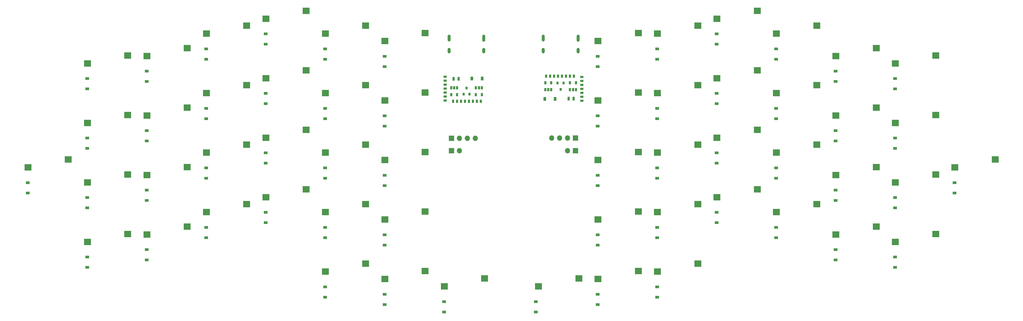
<source format=gbl>
%TF.GenerationSoftware,KiCad,Pcbnew,(5.1.7)-1*%
%TF.CreationDate,2021-02-08T18:02:38+08:00*%
%TF.ProjectId,jiran-ble,6a697261-6e2d-4626-9c65-2e6b69636164,rev?*%
%TF.SameCoordinates,Original*%
%TF.FileFunction,Copper,L2,Bot*%
%TF.FilePolarity,Positive*%
%FSLAX46Y46*%
G04 Gerber Fmt 4.6, Leading zero omitted, Abs format (unit mm)*
G04 Created by KiCad (PCBNEW (5.1.7)-1) date 2021-02-08 18:02:38*
%MOMM*%
%LPD*%
G01*
G04 APERTURE LIST*
%TA.AperFunction,SMDPad,CuDef*%
%ADD10R,0.800000X1.200000*%
%TD*%
%TA.AperFunction,ComponentPad*%
%ADD11R,0.650000X1.000000*%
%TD*%
%TA.AperFunction,ComponentPad*%
%ADD12R,1.000000X0.650000*%
%TD*%
%TA.AperFunction,SMDPad,CuDef*%
%ADD13R,0.650000X1.060000*%
%TD*%
%TA.AperFunction,SMDPad,CuDef*%
%ADD14R,2.300000X2.000000*%
%TD*%
%TA.AperFunction,SMDPad,CuDef*%
%ADD15R,0.800000X0.900000*%
%TD*%
%TA.AperFunction,ComponentPad*%
%ADD16C,1.000000*%
%TD*%
%TA.AperFunction,ComponentPad*%
%ADD17O,1.700000X1.700000*%
%TD*%
%TA.AperFunction,ComponentPad*%
%ADD18R,1.700000X1.700000*%
%TD*%
%TA.AperFunction,SMDPad,CuDef*%
%ADD19R,1.200000X0.900000*%
%TD*%
%TA.AperFunction,SMDPad,CuDef*%
%ADD20R,0.900000X1.200000*%
%TD*%
G04 APERTURE END LIST*
D10*
%TO.P,X2,1*%
%TO.N,Net-(U5-Pad11)*%
X204190500Y-64293750D03*
%TO.P,X2,2*%
%TO.N,Net-(U5-Pad13)*%
X202590500Y-64293750D03*
%TD*%
%TO.P,X1,1*%
%TO.N,Net-(U2-Pad11)*%
X165760500Y-57943750D03*
%TO.P,X1,2*%
%TO.N,Net-(U2-Pad13)*%
X167360500Y-57943750D03*
%TD*%
D11*
%TO.P,U5,28*%
%TO.N,N/C*%
X204283000Y-57077750D03*
%TO.P,U5,34*%
X200473000Y-57077750D03*
D12*
%TO.P,U5,16*%
%TO.N,/P0.08_r*%
X206823000Y-62411750D03*
%TO.P,U5,20*%
%TO.N,/P0.12_r*%
X206823000Y-59871750D03*
%TO.P,U5,14*%
%TO.N,/P0.06_r*%
X206823000Y-63681750D03*
%TO.P,U5,22*%
%TO.N,N/C*%
X206823000Y-58601750D03*
D11*
%TO.P,U5,42*%
X195393000Y-57077750D03*
%TO.P,U5,30*%
X203013000Y-57077750D03*
%TO.P,U5,38*%
X197933000Y-57077750D03*
%TO.P,U5,36*%
X199203000Y-57077750D03*
%TO.P,U5,32*%
X201743000Y-57077750D03*
%TO.P,U5,40*%
X196663000Y-57077750D03*
D12*
%TO.P,U5,12*%
X206823000Y-64951750D03*
%TO.P,U5,18*%
%TO.N,BATTERY_PIN_r*%
X206823000Y-61141750D03*
%TO.P,U5,24*%
%TO.N,GND*%
X206823000Y-57331750D03*
%TD*%
D13*
%TO.P,U4,3*%
%TO.N,Net-(D30-Pad1)*%
X203043750Y-61425000D03*
%TO.P,U4,1*%
X204943750Y-61425000D03*
%TO.P,U4,4*%
%TO.N,N/C*%
X203043750Y-59225000D03*
%TO.P,U4,2*%
%TO.N,GND*%
X203993750Y-61425000D03*
%TO.P,U4,5*%
%TO.N,nRF_VDD_r*%
X204943750Y-59225000D03*
%TD*%
D11*
%TO.P,U2,28*%
%TO.N,N/C*%
X165604500Y-65159750D03*
%TO.P,U2,34*%
X169414500Y-65159750D03*
D12*
%TO.P,U2,16*%
%TO.N,/P0.08_l*%
X163064500Y-59825750D03*
%TO.P,U2,20*%
%TO.N,/P0.12_l*%
X163064500Y-62365750D03*
%TO.P,U2,14*%
%TO.N,/P0.06_l*%
X163064500Y-58555750D03*
%TO.P,U2,22*%
%TO.N,N/C*%
X163064500Y-63635750D03*
D11*
%TO.P,U2,42*%
X174494500Y-65159750D03*
%TO.P,U2,30*%
X166874500Y-65159750D03*
%TO.P,U2,38*%
X171954500Y-65159750D03*
%TO.P,U2,36*%
X170684500Y-65159750D03*
%TO.P,U2,32*%
X168144500Y-65159750D03*
%TO.P,U2,40*%
X173224500Y-65159750D03*
D12*
%TO.P,U2,12*%
X163064500Y-57285750D03*
%TO.P,U2,18*%
%TO.N,BATTERY_PIN_l*%
X163064500Y-61095750D03*
%TO.P,U2,24*%
%TO.N,GND*%
X163064500Y-64905750D03*
%TD*%
D13*
%TO.P,U1,3*%
%TO.N,Net-(D1-Pad1)*%
X166875500Y-60812500D03*
%TO.P,U1,1*%
X164975500Y-60812500D03*
%TO.P,U1,4*%
%TO.N,N/C*%
X166875500Y-63012500D03*
%TO.P,U1,2*%
%TO.N,GND*%
X165925500Y-60812500D03*
%TO.P,U1,5*%
%TO.N,nRF_VDD_l*%
X164975500Y-63012500D03*
%TD*%
D14*
%TO.P,SW32,2*%
%TO.N,/P0.30_r*%
X301117000Y-48101250D03*
%TO.P,SW32,1*%
%TO.N,Net-(D32-Pad2)*%
X288190000Y-50641250D03*
%TD*%
%TO.P,SW31,2*%
%TO.N,/P0.31_r*%
X320167000Y-50482500D03*
%TO.P,SW31,1*%
%TO.N,Net-(D31-Pad2)*%
X307240000Y-53022500D03*
%TD*%
%TO.P,SW29,2*%
%TO.N,/P0.12_l*%
X175704500Y-121920000D03*
%TO.P,SW29,1*%
%TO.N,Net-(D29-Pad2)*%
X162777500Y-124460000D03*
%TD*%
D15*
%TO.P,Q3,2*%
%TO.N,Net-(D30-Pad1)*%
X200975000Y-59325000D03*
%TO.P,Q3,3*%
%TO.N,VBAT_r*%
X200025000Y-61325000D03*
%TO.P,Q3,1*%
%TO.N,VBUS_r*%
X199075000Y-59325000D03*
%TD*%
D16*
%TO.P,J5,S1*%
%TO.N,GND*%
X205600300Y-44627800D03*
X205600300Y-44932600D03*
X194449700Y-45554900D03*
X194449700Y-45262800D03*
X194449700Y-44919900D03*
X194449700Y-44615100D03*
X194449400Y-44335700D03*
X205600300Y-45275500D03*
X194449700Y-49098200D03*
X194450000Y-49343500D03*
X194450000Y-48581500D03*
X194450000Y-48844200D03*
X205600600Y-49343500D03*
X205600600Y-48581500D03*
X205600300Y-49098200D03*
X205600600Y-48844200D03*
X205600300Y-45567600D03*
X205600000Y-44348400D03*
%TD*%
D17*
%TO.P,J3,4*%
%TO.N,SWC_l*%
X172720000Y-76993750D03*
D18*
%TO.P,J3,1*%
%TO.N,GND*%
X165100000Y-76993750D03*
D17*
%TO.P,J3,2*%
%TO.N,nRF_VDD_l*%
X167640000Y-76993750D03*
%TO.P,J3,3*%
%TO.N,SWD_l*%
X170180000Y-76993750D03*
%TD*%
D16*
%TO.P,J2,S1*%
%TO.N,GND*%
X175437800Y-44627800D03*
X175437800Y-44932600D03*
X164287200Y-45554900D03*
X164287200Y-45262800D03*
X164287200Y-44919900D03*
X164287200Y-44615100D03*
X164286900Y-44335700D03*
X175437800Y-45275500D03*
X164287200Y-49098200D03*
X164287500Y-49343500D03*
X164287500Y-48581500D03*
X164287500Y-48844200D03*
X175438100Y-49343500D03*
X175438100Y-48581500D03*
X175437800Y-49098200D03*
X175438100Y-48844200D03*
X175437800Y-45567600D03*
X175437500Y-44348400D03*
%TD*%
D19*
%TO.P,D58,2*%
%TO.N,Net-(D58-Pad2)*%
X192087500Y-132618750D03*
%TO.P,D58,1*%
%TO.N,/P0.29_r*%
X192087500Y-129318750D03*
%TD*%
%TO.P,D57,2*%
%TO.N,Net-(D57-Pad2)*%
X211931250Y-130237500D03*
%TO.P,D57,1*%
%TO.N,/P0.29_r*%
X211931250Y-126937500D03*
%TD*%
%TO.P,D56,2*%
%TO.N,Net-(D56-Pad2)*%
X230981250Y-127856250D03*
%TO.P,D56,1*%
%TO.N,/P0.29_r*%
X230981250Y-124556250D03*
%TD*%
%TO.P,D55,2*%
%TO.N,Net-(D55-Pad2)*%
X326231250Y-94518750D03*
%TO.P,D55,1*%
%TO.N,/P0.29_r*%
X326231250Y-91218750D03*
%TD*%
%TO.P,D54,2*%
%TO.N,Net-(D54-Pad2)*%
X211931250Y-111187500D03*
%TO.P,D54,1*%
%TO.N,/P0.02_r*%
X211931250Y-107887500D03*
%TD*%
%TO.P,D53,2*%
%TO.N,Net-(D53-Pad2)*%
X230981250Y-108806250D03*
%TO.P,D53,1*%
%TO.N,/P0.02_r*%
X230981250Y-105506250D03*
%TD*%
%TO.P,D52,2*%
%TO.N,Net-(D52-Pad2)*%
X250031250Y-104043750D03*
%TO.P,D52,1*%
%TO.N,/P0.02_r*%
X250031250Y-100743750D03*
%TD*%
%TO.P,D51,2*%
%TO.N,Net-(D51-Pad2)*%
X269081250Y-108806250D03*
%TO.P,D51,1*%
%TO.N,/P0.02_r*%
X269081250Y-105506250D03*
%TD*%
%TO.P,D50,2*%
%TO.N,Net-(D50-Pad2)*%
X288131250Y-115950000D03*
%TO.P,D50,1*%
%TO.N,/P0.02_r*%
X288131250Y-112650000D03*
%TD*%
%TO.P,D49,2*%
%TO.N,Net-(D49-Pad2)*%
X307181250Y-118331250D03*
%TO.P,D49,1*%
%TO.N,/P0.02_r*%
X307181250Y-115031250D03*
%TD*%
%TO.P,D48,2*%
%TO.N,Net-(D48-Pad2)*%
X211931250Y-92137500D03*
%TO.P,D48,1*%
%TO.N,/P1.13_r*%
X211931250Y-88837500D03*
%TD*%
%TO.P,D47,2*%
%TO.N,Net-(D47-Pad2)*%
X230981250Y-89756250D03*
%TO.P,D47,1*%
%TO.N,/P1.13_r*%
X230981250Y-86456250D03*
%TD*%
%TO.P,D46,2*%
%TO.N,Net-(D46-Pad2)*%
X250031250Y-84993750D03*
%TO.P,D46,1*%
%TO.N,/P1.13_r*%
X250031250Y-81693750D03*
%TD*%
%TO.P,D45,2*%
%TO.N,Net-(D45-Pad2)*%
X269081250Y-89756250D03*
%TO.P,D45,1*%
%TO.N,/P1.13_r*%
X269081250Y-86456250D03*
%TD*%
%TO.P,D44,2*%
%TO.N,Net-(D44-Pad2)*%
X288131250Y-96900000D03*
%TO.P,D44,1*%
%TO.N,/P1.13_r*%
X288131250Y-93600000D03*
%TD*%
%TO.P,D43,2*%
%TO.N,Net-(D43-Pad2)*%
X307181250Y-99281250D03*
%TO.P,D43,1*%
%TO.N,/P1.13_r*%
X307181250Y-95981250D03*
%TD*%
%TO.P,D42,2*%
%TO.N,Net-(D42-Pad2)*%
X211931250Y-73087500D03*
%TO.P,D42,1*%
%TO.N,/P0.28_r*%
X211931250Y-69787500D03*
%TD*%
%TO.P,D41,2*%
%TO.N,Net-(D41-Pad2)*%
X230981250Y-70706250D03*
%TO.P,D41,1*%
%TO.N,/P0.28_r*%
X230981250Y-67406250D03*
%TD*%
%TO.P,D40,2*%
%TO.N,Net-(D40-Pad2)*%
X250031250Y-65943750D03*
%TO.P,D40,1*%
%TO.N,/P0.28_r*%
X250031250Y-62643750D03*
%TD*%
%TO.P,D39,2*%
%TO.N,Net-(D39-Pad2)*%
X269081250Y-70706250D03*
%TO.P,D39,1*%
%TO.N,/P0.28_r*%
X269081250Y-67406250D03*
%TD*%
%TO.P,D38,2*%
%TO.N,Net-(D38-Pad2)*%
X288131250Y-77850000D03*
%TO.P,D38,1*%
%TO.N,/P0.28_r*%
X288131250Y-74550000D03*
%TD*%
%TO.P,D37,2*%
%TO.N,Net-(D37-Pad2)*%
X307181250Y-80231250D03*
%TO.P,D37,1*%
%TO.N,/P0.28_r*%
X307181250Y-76931250D03*
%TD*%
%TO.P,D36,2*%
%TO.N,Net-(D36-Pad2)*%
X211931250Y-54037500D03*
%TO.P,D36,1*%
%TO.N,/P1.11_r*%
X211931250Y-50737500D03*
%TD*%
%TO.P,D35,2*%
%TO.N,Net-(D35-Pad2)*%
X230981250Y-51656250D03*
%TO.P,D35,1*%
%TO.N,/P1.11_r*%
X230981250Y-48356250D03*
%TD*%
%TO.P,D34,2*%
%TO.N,Net-(D34-Pad2)*%
X250031250Y-46893750D03*
%TO.P,D34,1*%
%TO.N,/P1.11_r*%
X250031250Y-43593750D03*
%TD*%
%TO.P,D33,2*%
%TO.N,Net-(D33-Pad2)*%
X269081250Y-51656250D03*
%TO.P,D33,1*%
%TO.N,/P1.11_r*%
X269081250Y-48356250D03*
%TD*%
%TO.P,D32,2*%
%TO.N,Net-(D32-Pad2)*%
X288131250Y-58800000D03*
%TO.P,D32,1*%
%TO.N,/P1.11_r*%
X288131250Y-55500000D03*
%TD*%
%TO.P,D31,2*%
%TO.N,Net-(D31-Pad2)*%
X307181250Y-61181250D03*
%TO.P,D31,1*%
%TO.N,/P1.11_r*%
X307181250Y-57881250D03*
%TD*%
D20*
%TO.P,D30,2*%
%TO.N,VBUS_r*%
X194946000Y-64389000D03*
%TO.P,D30,1*%
%TO.N,Net-(D30-Pad1)*%
X198246000Y-64389000D03*
%TD*%
D19*
%TO.P,D29,2*%
%TO.N,Net-(D29-Pad2)*%
X162718750Y-132618750D03*
%TO.P,D29,1*%
%TO.N,/P0.29_l*%
X162718750Y-129318750D03*
%TD*%
%TO.P,D28,2*%
%TO.N,Net-(D28-Pad2)*%
X143668750Y-130237500D03*
%TO.P,D28,1*%
%TO.N,/P0.29_l*%
X143668750Y-126937500D03*
%TD*%
%TO.P,D27,2*%
%TO.N,Net-(D27-Pad2)*%
X124618750Y-127856250D03*
%TO.P,D27,1*%
%TO.N,/P0.29_l*%
X124618750Y-124556250D03*
%TD*%
%TO.P,D26,2*%
%TO.N,Net-(D26-Pad2)*%
X29368750Y-94518750D03*
%TO.P,D26,1*%
%TO.N,/P0.29_l*%
X29368750Y-91218750D03*
%TD*%
%TO.P,D25,2*%
%TO.N,Net-(D25-Pad2)*%
X143668750Y-111187500D03*
%TO.P,D25,1*%
%TO.N,/P0.02_l*%
X143668750Y-107887500D03*
%TD*%
%TO.P,D24,2*%
%TO.N,Net-(D24-Pad2)*%
X124618750Y-108806250D03*
%TO.P,D24,1*%
%TO.N,/P0.02_l*%
X124618750Y-105506250D03*
%TD*%
%TO.P,D23,2*%
%TO.N,Net-(D23-Pad2)*%
X105568750Y-104043750D03*
%TO.P,D23,1*%
%TO.N,/P0.02_l*%
X105568750Y-100743750D03*
%TD*%
%TO.P,D22,2*%
%TO.N,Net-(D22-Pad2)*%
X86518750Y-108806250D03*
%TO.P,D22,1*%
%TO.N,/P0.02_l*%
X86518750Y-105506250D03*
%TD*%
%TO.P,D21,2*%
%TO.N,Net-(D21-Pad2)*%
X67468750Y-115950000D03*
%TO.P,D21,1*%
%TO.N,/P0.02_l*%
X67468750Y-112650000D03*
%TD*%
%TO.P,D20,2*%
%TO.N,Net-(D20-Pad2)*%
X48418750Y-118331250D03*
%TO.P,D20,1*%
%TO.N,/P0.02_l*%
X48418750Y-115031250D03*
%TD*%
%TO.P,D19,2*%
%TO.N,Net-(D19-Pad2)*%
X143668750Y-92137500D03*
%TO.P,D19,1*%
%TO.N,/P1.13_l*%
X143668750Y-88837500D03*
%TD*%
%TO.P,D18,2*%
%TO.N,Net-(D18-Pad2)*%
X124618750Y-89756250D03*
%TO.P,D18,1*%
%TO.N,/P1.13_l*%
X124618750Y-86456250D03*
%TD*%
%TO.P,D17,2*%
%TO.N,Net-(D17-Pad2)*%
X105568750Y-84993750D03*
%TO.P,D17,1*%
%TO.N,/P1.13_l*%
X105568750Y-81693750D03*
%TD*%
%TO.P,D16,2*%
%TO.N,Net-(D16-Pad2)*%
X86518750Y-89756250D03*
%TO.P,D16,1*%
%TO.N,/P1.13_l*%
X86518750Y-86456250D03*
%TD*%
%TO.P,D15,2*%
%TO.N,Net-(D15-Pad2)*%
X67468750Y-96900000D03*
%TO.P,D15,1*%
%TO.N,/P1.13_l*%
X67468750Y-93600000D03*
%TD*%
%TO.P,D14,2*%
%TO.N,Net-(D14-Pad2)*%
X48418750Y-99281250D03*
%TO.P,D14,1*%
%TO.N,/P1.13_l*%
X48418750Y-95981250D03*
%TD*%
%TO.P,D13,2*%
%TO.N,Net-(D13-Pad2)*%
X143668750Y-73087500D03*
%TO.P,D13,1*%
%TO.N,/P0.28_l*%
X143668750Y-69787500D03*
%TD*%
%TO.P,D12,2*%
%TO.N,Net-(D12-Pad2)*%
X124618750Y-70706250D03*
%TO.P,D12,1*%
%TO.N,/P0.28_l*%
X124618750Y-67406250D03*
%TD*%
%TO.P,D11,2*%
%TO.N,Net-(D11-Pad2)*%
X105568750Y-65943750D03*
%TO.P,D11,1*%
%TO.N,/P0.28_l*%
X105568750Y-62643750D03*
%TD*%
%TO.P,D10,2*%
%TO.N,Net-(D10-Pad2)*%
X86518750Y-70706250D03*
%TO.P,D10,1*%
%TO.N,/P0.28_l*%
X86518750Y-67406250D03*
%TD*%
%TO.P,D9,2*%
%TO.N,Net-(D9-Pad2)*%
X67468750Y-77850000D03*
%TO.P,D9,1*%
%TO.N,/P0.28_l*%
X67468750Y-74550000D03*
%TD*%
%TO.P,D8,2*%
%TO.N,Net-(D8-Pad2)*%
X48418750Y-80231250D03*
%TO.P,D8,1*%
%TO.N,/P0.28_l*%
X48418750Y-76931250D03*
%TD*%
%TO.P,D7,2*%
%TO.N,Net-(D7-Pad2)*%
X143668750Y-54037500D03*
%TO.P,D7,1*%
%TO.N,/P1.11_l*%
X143668750Y-50737500D03*
%TD*%
%TO.P,D6,2*%
%TO.N,Net-(D6-Pad2)*%
X124618750Y-51656250D03*
%TO.P,D6,1*%
%TO.N,/P1.11_l*%
X124618750Y-48356250D03*
%TD*%
%TO.P,D5,2*%
%TO.N,Net-(D5-Pad2)*%
X105568750Y-46893750D03*
%TO.P,D5,1*%
%TO.N,/P1.11_l*%
X105568750Y-43593750D03*
%TD*%
%TO.P,D4,2*%
%TO.N,Net-(D4-Pad2)*%
X86518750Y-51656250D03*
%TO.P,D4,1*%
%TO.N,/P1.11_l*%
X86518750Y-48356250D03*
%TD*%
%TO.P,D3,2*%
%TO.N,Net-(D3-Pad2)*%
X67468750Y-58800000D03*
%TO.P,D3,1*%
%TO.N,/P1.11_l*%
X67468750Y-55500000D03*
%TD*%
%TO.P,D2,2*%
%TO.N,Net-(D2-Pad2)*%
X48418750Y-61181250D03*
%TO.P,D2,1*%
%TO.N,/P1.11_l*%
X48418750Y-57881250D03*
%TD*%
D20*
%TO.P,D1,2*%
%TO.N,VBUS_l*%
X174941500Y-57848500D03*
%TO.P,D1,1*%
%TO.N,Net-(D1-Pad1)*%
X171641500Y-57848500D03*
%TD*%
D13*
%TO.P,U6,3*%
%TO.N,VBAT_r*%
X195106250Y-61425000D03*
%TO.P,U6,1*%
%TO.N,Net-(R17-Pad2)*%
X197006250Y-61425000D03*
%TO.P,U6,4*%
%TO.N,VBUS_r*%
X195106250Y-59225000D03*
%TO.P,U6,2*%
%TO.N,GND*%
X196056250Y-61425000D03*
%TO.P,U6,5*%
%TO.N,Net-(R18-Pad1)*%
X197006250Y-59225000D03*
%TD*%
D14*
%TO.P,SW58,2*%
%TO.N,/P0.12_r*%
X205867000Y-121920000D03*
%TO.P,SW58,1*%
%TO.N,Net-(D58-Pad2)*%
X192940000Y-124460000D03*
%TD*%
%TO.P,SW57,2*%
%TO.N,/P0.09_r*%
X224917000Y-119538750D03*
%TO.P,SW57,1*%
%TO.N,Net-(D57-Pad2)*%
X211990000Y-122078750D03*
%TD*%
%TO.P,SW56,2*%
%TO.N,/P0.08_r*%
X243967000Y-117157500D03*
%TO.P,SW56,1*%
%TO.N,Net-(D56-Pad2)*%
X231040000Y-119697500D03*
%TD*%
%TO.P,SW55,2*%
%TO.N,/P0.31_r*%
X339217000Y-83820000D03*
%TO.P,SW55,1*%
%TO.N,Net-(D55-Pad2)*%
X326290000Y-86360000D03*
%TD*%
%TO.P,SW54,2*%
%TO.N,/P0.12_r*%
X224917000Y-100488750D03*
%TO.P,SW54,1*%
%TO.N,Net-(D54-Pad2)*%
X211990000Y-103028750D03*
%TD*%
%TO.P,SW53,2*%
%TO.N,/P0.09_r*%
X243967000Y-98107500D03*
%TO.P,SW53,1*%
%TO.N,Net-(D53-Pad2)*%
X231040000Y-100647500D03*
%TD*%
%TO.P,SW52,2*%
%TO.N,/P0.08_r*%
X263017000Y-93345000D03*
%TO.P,SW52,1*%
%TO.N,Net-(D52-Pad2)*%
X250090000Y-95885000D03*
%TD*%
%TO.P,SW51,2*%
%TO.N,/P0.06_r*%
X282067000Y-98107500D03*
%TO.P,SW51,1*%
%TO.N,Net-(D51-Pad2)*%
X269140000Y-100647500D03*
%TD*%
%TO.P,SW50,2*%
%TO.N,/P0.30_r*%
X301117000Y-105251250D03*
%TO.P,SW50,1*%
%TO.N,Net-(D50-Pad2)*%
X288190000Y-107791250D03*
%TD*%
%TO.P,SW49,2*%
%TO.N,/P0.31_r*%
X320167000Y-107632500D03*
%TO.P,SW49,1*%
%TO.N,Net-(D49-Pad2)*%
X307240000Y-110172500D03*
%TD*%
%TO.P,SW48,2*%
%TO.N,/P0.12_r*%
X224917000Y-81438750D03*
%TO.P,SW48,1*%
%TO.N,Net-(D48-Pad2)*%
X211990000Y-83978750D03*
%TD*%
%TO.P,SW47,2*%
%TO.N,/P0.09_r*%
X243967000Y-79057500D03*
%TO.P,SW47,1*%
%TO.N,Net-(D47-Pad2)*%
X231040000Y-81597500D03*
%TD*%
%TO.P,SW46,2*%
%TO.N,/P0.08_r*%
X263017000Y-74295000D03*
%TO.P,SW46,1*%
%TO.N,Net-(D46-Pad2)*%
X250090000Y-76835000D03*
%TD*%
%TO.P,SW45,2*%
%TO.N,/P0.06_r*%
X282067000Y-79057500D03*
%TO.P,SW45,1*%
%TO.N,Net-(D45-Pad2)*%
X269140000Y-81597500D03*
%TD*%
%TO.P,SW44,2*%
%TO.N,/P0.30_r*%
X301117000Y-86201250D03*
%TO.P,SW44,1*%
%TO.N,Net-(D44-Pad2)*%
X288190000Y-88741250D03*
%TD*%
%TO.P,SW43,2*%
%TO.N,/P0.31_r*%
X320167000Y-88582500D03*
%TO.P,SW43,1*%
%TO.N,Net-(D43-Pad2)*%
X307240000Y-91122500D03*
%TD*%
%TO.P,SW42,2*%
%TO.N,/P0.12_r*%
X224917000Y-62388750D03*
%TO.P,SW42,1*%
%TO.N,Net-(D42-Pad2)*%
X211990000Y-64928750D03*
%TD*%
%TO.P,SW41,2*%
%TO.N,/P0.09_r*%
X243967000Y-60007500D03*
%TO.P,SW41,1*%
%TO.N,Net-(D41-Pad2)*%
X231040000Y-62547500D03*
%TD*%
%TO.P,SW40,2*%
%TO.N,/P0.08_r*%
X263017000Y-55245000D03*
%TO.P,SW40,1*%
%TO.N,Net-(D40-Pad2)*%
X250090000Y-57785000D03*
%TD*%
%TO.P,SW39,2*%
%TO.N,/P0.06_r*%
X282067000Y-60007500D03*
%TO.P,SW39,1*%
%TO.N,Net-(D39-Pad2)*%
X269140000Y-62547500D03*
%TD*%
%TO.P,SW38,2*%
%TO.N,/P0.30_r*%
X301117000Y-67151250D03*
%TO.P,SW38,1*%
%TO.N,Net-(D38-Pad2)*%
X288190000Y-69691250D03*
%TD*%
%TO.P,SW37,2*%
%TO.N,/P0.31_r*%
X320167000Y-69532500D03*
%TO.P,SW37,1*%
%TO.N,Net-(D37-Pad2)*%
X307240000Y-72072500D03*
%TD*%
%TO.P,SW36,2*%
%TO.N,/P0.12_r*%
X224917000Y-43338750D03*
%TO.P,SW36,1*%
%TO.N,Net-(D36-Pad2)*%
X211990000Y-45878750D03*
%TD*%
%TO.P,SW35,2*%
%TO.N,/P0.09_r*%
X243967000Y-40957500D03*
%TO.P,SW35,1*%
%TO.N,Net-(D35-Pad2)*%
X231040000Y-43497500D03*
%TD*%
%TO.P,SW34,2*%
%TO.N,/P0.08_r*%
X263017000Y-36195000D03*
%TO.P,SW34,1*%
%TO.N,Net-(D34-Pad2)*%
X250090000Y-38735000D03*
%TD*%
%TO.P,SW33,2*%
%TO.N,/P0.06_r*%
X282067000Y-40957500D03*
%TO.P,SW33,1*%
%TO.N,Net-(D33-Pad2)*%
X269140000Y-43497500D03*
%TD*%
D17*
%TO.P,J6,4*%
%TO.N,SWC_r*%
X197167500Y-76962000D03*
D18*
%TO.P,J6,1*%
%TO.N,GND*%
X204787500Y-76962000D03*
D17*
%TO.P,J6,2*%
%TO.N,nRF_VDD_r*%
X202247500Y-76962000D03*
%TO.P,J6,3*%
%TO.N,SWD_r*%
X199707500Y-76962000D03*
%TD*%
D13*
%TO.P,U3,3*%
%TO.N,VBAT_l*%
X174813000Y-60812500D03*
%TO.P,U3,1*%
%TO.N,Net-(R8-Pad2)*%
X172913000Y-60812500D03*
%TO.P,U3,4*%
%TO.N,VBUS_l*%
X174813000Y-63012500D03*
%TO.P,U3,2*%
%TO.N,GND*%
X173863000Y-60812500D03*
%TO.P,U3,5*%
%TO.N,Net-(R9-Pad1)*%
X172913000Y-63012500D03*
%TD*%
D14*
%TO.P,SW28,2*%
%TO.N,/P0.09_l*%
X156654500Y-119538750D03*
%TO.P,SW28,1*%
%TO.N,Net-(D28-Pad2)*%
X143727500Y-122078750D03*
%TD*%
%TO.P,SW27,2*%
%TO.N,/P0.08_l*%
X137604500Y-117157500D03*
%TO.P,SW27,1*%
%TO.N,Net-(D27-Pad2)*%
X124677500Y-119697500D03*
%TD*%
%TO.P,SW26,2*%
%TO.N,/P0.31_l*%
X42354500Y-83820000D03*
%TO.P,SW26,1*%
%TO.N,Net-(D26-Pad2)*%
X29427500Y-86360000D03*
%TD*%
%TO.P,SW25,2*%
%TO.N,/P0.12_l*%
X156654500Y-100488750D03*
%TO.P,SW25,1*%
%TO.N,Net-(D25-Pad2)*%
X143727500Y-103028750D03*
%TD*%
%TO.P,SW24,2*%
%TO.N,/P0.09_l*%
X137604500Y-98107500D03*
%TO.P,SW24,1*%
%TO.N,Net-(D24-Pad2)*%
X124677500Y-100647500D03*
%TD*%
%TO.P,SW23,2*%
%TO.N,/P0.08_l*%
X118554500Y-93345000D03*
%TO.P,SW23,1*%
%TO.N,Net-(D23-Pad2)*%
X105627500Y-95885000D03*
%TD*%
%TO.P,SW22,2*%
%TO.N,/P0.06_l*%
X99504500Y-98107500D03*
%TO.P,SW22,1*%
%TO.N,Net-(D22-Pad2)*%
X86577500Y-100647500D03*
%TD*%
%TO.P,SW21,2*%
%TO.N,/P0.30_l*%
X80454500Y-105251250D03*
%TO.P,SW21,1*%
%TO.N,Net-(D21-Pad2)*%
X67527500Y-107791250D03*
%TD*%
%TO.P,SW20,2*%
%TO.N,/P0.31_l*%
X61404500Y-107632500D03*
%TO.P,SW20,1*%
%TO.N,Net-(D20-Pad2)*%
X48477500Y-110172500D03*
%TD*%
%TO.P,SW19,2*%
%TO.N,/P0.12_l*%
X156654500Y-81438750D03*
%TO.P,SW19,1*%
%TO.N,Net-(D19-Pad2)*%
X143727500Y-83978750D03*
%TD*%
%TO.P,SW18,2*%
%TO.N,/P0.09_l*%
X137604500Y-79057500D03*
%TO.P,SW18,1*%
%TO.N,Net-(D18-Pad2)*%
X124677500Y-81597500D03*
%TD*%
%TO.P,SW17,2*%
%TO.N,/P0.08_l*%
X118554500Y-74295000D03*
%TO.P,SW17,1*%
%TO.N,Net-(D17-Pad2)*%
X105627500Y-76835000D03*
%TD*%
%TO.P,SW16,2*%
%TO.N,/P0.06_l*%
X99504500Y-79057500D03*
%TO.P,SW16,1*%
%TO.N,Net-(D16-Pad2)*%
X86577500Y-81597500D03*
%TD*%
%TO.P,SW15,2*%
%TO.N,/P0.30_l*%
X80454500Y-86201250D03*
%TO.P,SW15,1*%
%TO.N,Net-(D15-Pad2)*%
X67527500Y-88741250D03*
%TD*%
%TO.P,SW14,2*%
%TO.N,/P0.31_l*%
X61404500Y-88582500D03*
%TO.P,SW14,1*%
%TO.N,Net-(D14-Pad2)*%
X48477500Y-91122500D03*
%TD*%
%TO.P,SW13,2*%
%TO.N,/P0.12_l*%
X156654500Y-62388750D03*
%TO.P,SW13,1*%
%TO.N,Net-(D13-Pad2)*%
X143727500Y-64928750D03*
%TD*%
%TO.P,SW12,2*%
%TO.N,/P0.09_l*%
X137604500Y-60007500D03*
%TO.P,SW12,1*%
%TO.N,Net-(D12-Pad2)*%
X124677500Y-62547500D03*
%TD*%
%TO.P,SW11,2*%
%TO.N,/P0.08_l*%
X118554500Y-55245000D03*
%TO.P,SW11,1*%
%TO.N,Net-(D11-Pad2)*%
X105627500Y-57785000D03*
%TD*%
%TO.P,SW10,2*%
%TO.N,/P0.06_l*%
X99504500Y-60007500D03*
%TO.P,SW10,1*%
%TO.N,Net-(D10-Pad2)*%
X86577500Y-62547500D03*
%TD*%
%TO.P,SW9,2*%
%TO.N,/P0.30_l*%
X80454500Y-67151250D03*
%TO.P,SW9,1*%
%TO.N,Net-(D9-Pad2)*%
X67527500Y-69691250D03*
%TD*%
%TO.P,SW8,2*%
%TO.N,/P0.31_l*%
X61404500Y-69532500D03*
%TO.P,SW8,1*%
%TO.N,Net-(D8-Pad2)*%
X48477500Y-72072500D03*
%TD*%
%TO.P,SW7,2*%
%TO.N,/P0.12_l*%
X156654500Y-43338750D03*
%TO.P,SW7,1*%
%TO.N,Net-(D7-Pad2)*%
X143727500Y-45878750D03*
%TD*%
%TO.P,SW6,2*%
%TO.N,/P0.09_l*%
X137604500Y-40957500D03*
%TO.P,SW6,1*%
%TO.N,Net-(D6-Pad2)*%
X124677500Y-43497500D03*
%TD*%
%TO.P,SW5,2*%
%TO.N,/P0.08_l*%
X118554500Y-36195000D03*
%TO.P,SW5,1*%
%TO.N,Net-(D5-Pad2)*%
X105627500Y-38735000D03*
%TD*%
%TO.P,SW4,2*%
%TO.N,/P0.06_l*%
X99504500Y-40957500D03*
%TO.P,SW4,1*%
%TO.N,Net-(D4-Pad2)*%
X86577500Y-43497500D03*
%TD*%
%TO.P,SW3,2*%
%TO.N,/P0.30_l*%
X80454500Y-48101250D03*
%TO.P,SW3,1*%
%TO.N,Net-(D3-Pad2)*%
X67527500Y-50641250D03*
%TD*%
%TO.P,SW2,2*%
%TO.N,/P0.31_l*%
X61404500Y-50482500D03*
%TO.P,SW2,1*%
%TO.N,Net-(D2-Pad2)*%
X48477500Y-53022500D03*
%TD*%
D15*
%TO.P,Q1,2*%
%TO.N,Net-(D1-Pad1)*%
X168944250Y-62912500D03*
%TO.P,Q1,3*%
%TO.N,VBAT_l*%
X169894250Y-60912500D03*
%TO.P,Q1,1*%
%TO.N,VBUS_l*%
X170844250Y-62912500D03*
%TD*%
D18*
%TO.P,J4,1*%
%TO.N,GND*%
X204787500Y-80962500D03*
D17*
%TO.P,J4,2*%
%TO.N,VBAT_r*%
X202247500Y-80962500D03*
%TD*%
D18*
%TO.P,J1,1*%
%TO.N,GND*%
X165100000Y-80962500D03*
D17*
%TO.P,J1,2*%
%TO.N,VBAT_l*%
X167640000Y-80962500D03*
%TD*%
M02*

</source>
